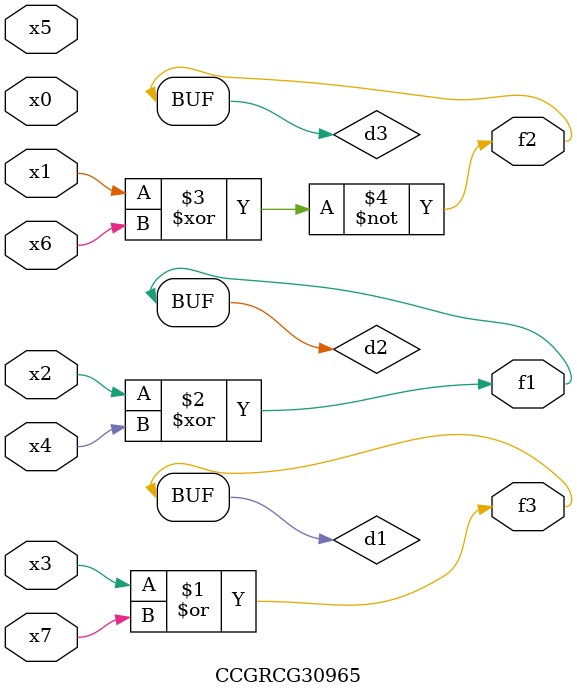
<source format=v>
module CCGRCG30965(
	input x0, x1, x2, x3, x4, x5, x6, x7,
	output f1, f2, f3
);

	wire d1, d2, d3;

	or (d1, x3, x7);
	xor (d2, x2, x4);
	xnor (d3, x1, x6);
	assign f1 = d2;
	assign f2 = d3;
	assign f3 = d1;
endmodule

</source>
